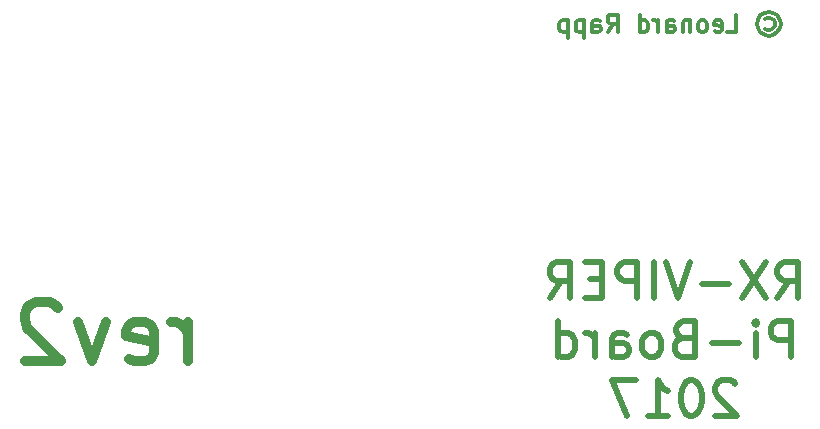
<source format=gbo>
G04 #@! TF.FileFunction,Legend,Bot*
%FSLAX46Y46*%
G04 Gerber Fmt 4.6, Leading zero omitted, Abs format (unit mm)*
G04 Created by KiCad (PCBNEW 4.0.6) date Fri Nov 17 01:31:04 2017*
%MOMM*%
%LPD*%
G01*
G04 APERTURE LIST*
%ADD10C,0.100000*%
%ADD11C,0.850000*%
%ADD12C,0.500000*%
%ADD13C,0.300000*%
G04 APERTURE END LIST*
D10*
D11*
X76889714Y-69698905D02*
X76889714Y-66365571D01*
X76889714Y-67317952D02*
X76651619Y-66841762D01*
X76413523Y-66603667D01*
X75937333Y-66365571D01*
X75461142Y-66365571D01*
X71889714Y-69460810D02*
X72365904Y-69698905D01*
X73318285Y-69698905D01*
X73794476Y-69460810D01*
X74032571Y-68984619D01*
X74032571Y-67079857D01*
X73794476Y-66603667D01*
X73318285Y-66365571D01*
X72365904Y-66365571D01*
X71889714Y-66603667D01*
X71651619Y-67079857D01*
X71651619Y-67556048D01*
X74032571Y-68032238D01*
X69984952Y-66365571D02*
X68794476Y-69698905D01*
X67604000Y-66365571D01*
X65937333Y-65175095D02*
X65699238Y-64937000D01*
X65223047Y-64698905D01*
X64032571Y-64698905D01*
X63556381Y-64937000D01*
X63318285Y-65175095D01*
X63080190Y-65651286D01*
X63080190Y-66127476D01*
X63318285Y-66841762D01*
X66175428Y-69698905D01*
X63080190Y-69698905D01*
D12*
X126824286Y-64302143D02*
X127824286Y-62873571D01*
X128538571Y-64302143D02*
X128538571Y-61302143D01*
X127395714Y-61302143D01*
X127110000Y-61445000D01*
X126967143Y-61587857D01*
X126824286Y-61873571D01*
X126824286Y-62302143D01*
X126967143Y-62587857D01*
X127110000Y-62730714D01*
X127395714Y-62873571D01*
X128538571Y-62873571D01*
X125824286Y-61302143D02*
X123824286Y-64302143D01*
X123824286Y-61302143D02*
X125824286Y-64302143D01*
X122681428Y-63159286D02*
X120395714Y-63159286D01*
X119395714Y-61302143D02*
X118395714Y-64302143D01*
X117395714Y-61302143D01*
X116395713Y-64302143D02*
X116395713Y-61302143D01*
X114967142Y-64302143D02*
X114967142Y-61302143D01*
X113824285Y-61302143D01*
X113538571Y-61445000D01*
X113395714Y-61587857D01*
X113252857Y-61873571D01*
X113252857Y-62302143D01*
X113395714Y-62587857D01*
X113538571Y-62730714D01*
X113824285Y-62873571D01*
X114967142Y-62873571D01*
X111967142Y-62730714D02*
X110967142Y-62730714D01*
X110538571Y-64302143D02*
X111967142Y-64302143D01*
X111967142Y-61302143D01*
X110538571Y-61302143D01*
X107538571Y-64302143D02*
X108538571Y-62873571D01*
X109252856Y-64302143D02*
X109252856Y-61302143D01*
X108109999Y-61302143D01*
X107824285Y-61445000D01*
X107681428Y-61587857D01*
X107538571Y-61873571D01*
X107538571Y-62302143D01*
X107681428Y-62587857D01*
X107824285Y-62730714D01*
X108109999Y-62873571D01*
X109252856Y-62873571D01*
X127967143Y-69302143D02*
X127967143Y-66302143D01*
X126824286Y-66302143D01*
X126538572Y-66445000D01*
X126395715Y-66587857D01*
X126252858Y-66873571D01*
X126252858Y-67302143D01*
X126395715Y-67587857D01*
X126538572Y-67730714D01*
X126824286Y-67873571D01*
X127967143Y-67873571D01*
X124967143Y-69302143D02*
X124967143Y-67302143D01*
X124967143Y-66302143D02*
X125110000Y-66445000D01*
X124967143Y-66587857D01*
X124824286Y-66445000D01*
X124967143Y-66302143D01*
X124967143Y-66587857D01*
X123538572Y-68159286D02*
X121252858Y-68159286D01*
X118824286Y-67730714D02*
X118395715Y-67873571D01*
X118252858Y-68016429D01*
X118110001Y-68302143D01*
X118110001Y-68730714D01*
X118252858Y-69016429D01*
X118395715Y-69159286D01*
X118681429Y-69302143D01*
X119824286Y-69302143D01*
X119824286Y-66302143D01*
X118824286Y-66302143D01*
X118538572Y-66445000D01*
X118395715Y-66587857D01*
X118252858Y-66873571D01*
X118252858Y-67159286D01*
X118395715Y-67445000D01*
X118538572Y-67587857D01*
X118824286Y-67730714D01*
X119824286Y-67730714D01*
X116395715Y-69302143D02*
X116681429Y-69159286D01*
X116824286Y-69016429D01*
X116967143Y-68730714D01*
X116967143Y-67873571D01*
X116824286Y-67587857D01*
X116681429Y-67445000D01*
X116395715Y-67302143D01*
X115967143Y-67302143D01*
X115681429Y-67445000D01*
X115538572Y-67587857D01*
X115395715Y-67873571D01*
X115395715Y-68730714D01*
X115538572Y-69016429D01*
X115681429Y-69159286D01*
X115967143Y-69302143D01*
X116395715Y-69302143D01*
X112824286Y-69302143D02*
X112824286Y-67730714D01*
X112967143Y-67445000D01*
X113252857Y-67302143D01*
X113824286Y-67302143D01*
X114110000Y-67445000D01*
X112824286Y-69159286D02*
X113110000Y-69302143D01*
X113824286Y-69302143D01*
X114110000Y-69159286D01*
X114252857Y-68873571D01*
X114252857Y-68587857D01*
X114110000Y-68302143D01*
X113824286Y-68159286D01*
X113110000Y-68159286D01*
X112824286Y-68016429D01*
X111395714Y-69302143D02*
X111395714Y-67302143D01*
X111395714Y-67873571D02*
X111252857Y-67587857D01*
X111110000Y-67445000D01*
X110824286Y-67302143D01*
X110538571Y-67302143D01*
X108252857Y-69302143D02*
X108252857Y-66302143D01*
X108252857Y-69159286D02*
X108538571Y-69302143D01*
X109110000Y-69302143D01*
X109395714Y-69159286D01*
X109538571Y-69016429D01*
X109681428Y-68730714D01*
X109681428Y-67873571D01*
X109538571Y-67587857D01*
X109395714Y-67445000D01*
X109110000Y-67302143D01*
X108538571Y-67302143D01*
X108252857Y-67445000D01*
X123252857Y-71587857D02*
X123110000Y-71445000D01*
X122824286Y-71302143D01*
X122110000Y-71302143D01*
X121824286Y-71445000D01*
X121681429Y-71587857D01*
X121538572Y-71873571D01*
X121538572Y-72159286D01*
X121681429Y-72587857D01*
X123395715Y-74302143D01*
X121538572Y-74302143D01*
X119681429Y-71302143D02*
X119395714Y-71302143D01*
X119110000Y-71445000D01*
X118967143Y-71587857D01*
X118824286Y-71873571D01*
X118681429Y-72445000D01*
X118681429Y-73159286D01*
X118824286Y-73730714D01*
X118967143Y-74016429D01*
X119110000Y-74159286D01*
X119395714Y-74302143D01*
X119681429Y-74302143D01*
X119967143Y-74159286D01*
X120110000Y-74016429D01*
X120252857Y-73730714D01*
X120395714Y-73159286D01*
X120395714Y-72445000D01*
X120252857Y-71873571D01*
X120110000Y-71587857D01*
X119967143Y-71445000D01*
X119681429Y-71302143D01*
X115824286Y-74302143D02*
X117538571Y-74302143D01*
X116681429Y-74302143D02*
X116681429Y-71302143D01*
X116967143Y-71730714D01*
X117252857Y-72016429D01*
X117538571Y-72159286D01*
X114824286Y-71302143D02*
X112824286Y-71302143D01*
X114110000Y-74302143D01*
D13*
X125800428Y-40683714D02*
X125943286Y-40612286D01*
X126229000Y-40612286D01*
X126371857Y-40683714D01*
X126514714Y-40826571D01*
X126586143Y-40969429D01*
X126586143Y-41255143D01*
X126514714Y-41398000D01*
X126371857Y-41540857D01*
X126229000Y-41612286D01*
X125943286Y-41612286D01*
X125800428Y-41540857D01*
X126086143Y-40112286D02*
X126443286Y-40183714D01*
X126800428Y-40398000D01*
X127014714Y-40755143D01*
X127086143Y-41112286D01*
X127014714Y-41469429D01*
X126800428Y-41826571D01*
X126443286Y-42040857D01*
X126086143Y-42112286D01*
X125729000Y-42040857D01*
X125371857Y-41826571D01*
X125157571Y-41469429D01*
X125086143Y-41112286D01*
X125157571Y-40755143D01*
X125371857Y-40398000D01*
X125729000Y-40183714D01*
X126086143Y-40112286D01*
X122586142Y-41826571D02*
X123300428Y-41826571D01*
X123300428Y-40326571D01*
X121514714Y-41755143D02*
X121657571Y-41826571D01*
X121943285Y-41826571D01*
X122086142Y-41755143D01*
X122157571Y-41612286D01*
X122157571Y-41040857D01*
X122086142Y-40898000D01*
X121943285Y-40826571D01*
X121657571Y-40826571D01*
X121514714Y-40898000D01*
X121443285Y-41040857D01*
X121443285Y-41183714D01*
X122157571Y-41326571D01*
X120586142Y-41826571D02*
X120729000Y-41755143D01*
X120800428Y-41683714D01*
X120871857Y-41540857D01*
X120871857Y-41112286D01*
X120800428Y-40969429D01*
X120729000Y-40898000D01*
X120586142Y-40826571D01*
X120371857Y-40826571D01*
X120229000Y-40898000D01*
X120157571Y-40969429D01*
X120086142Y-41112286D01*
X120086142Y-41540857D01*
X120157571Y-41683714D01*
X120229000Y-41755143D01*
X120371857Y-41826571D01*
X120586142Y-41826571D01*
X119443285Y-40826571D02*
X119443285Y-41826571D01*
X119443285Y-40969429D02*
X119371857Y-40898000D01*
X119228999Y-40826571D01*
X119014714Y-40826571D01*
X118871857Y-40898000D01*
X118800428Y-41040857D01*
X118800428Y-41826571D01*
X117443285Y-41826571D02*
X117443285Y-41040857D01*
X117514714Y-40898000D01*
X117657571Y-40826571D01*
X117943285Y-40826571D01*
X118086142Y-40898000D01*
X117443285Y-41755143D02*
X117586142Y-41826571D01*
X117943285Y-41826571D01*
X118086142Y-41755143D01*
X118157571Y-41612286D01*
X118157571Y-41469429D01*
X118086142Y-41326571D01*
X117943285Y-41255143D01*
X117586142Y-41255143D01*
X117443285Y-41183714D01*
X116728999Y-41826571D02*
X116728999Y-40826571D01*
X116728999Y-41112286D02*
X116657571Y-40969429D01*
X116586142Y-40898000D01*
X116443285Y-40826571D01*
X116300428Y-40826571D01*
X115157571Y-41826571D02*
X115157571Y-40326571D01*
X115157571Y-41755143D02*
X115300428Y-41826571D01*
X115586142Y-41826571D01*
X115729000Y-41755143D01*
X115800428Y-41683714D01*
X115871857Y-41540857D01*
X115871857Y-41112286D01*
X115800428Y-40969429D01*
X115729000Y-40898000D01*
X115586142Y-40826571D01*
X115300428Y-40826571D01*
X115157571Y-40898000D01*
X112443285Y-41826571D02*
X112943285Y-41112286D01*
X113300428Y-41826571D02*
X113300428Y-40326571D01*
X112729000Y-40326571D01*
X112586142Y-40398000D01*
X112514714Y-40469429D01*
X112443285Y-40612286D01*
X112443285Y-40826571D01*
X112514714Y-40969429D01*
X112586142Y-41040857D01*
X112729000Y-41112286D01*
X113300428Y-41112286D01*
X111157571Y-41826571D02*
X111157571Y-41040857D01*
X111229000Y-40898000D01*
X111371857Y-40826571D01*
X111657571Y-40826571D01*
X111800428Y-40898000D01*
X111157571Y-41755143D02*
X111300428Y-41826571D01*
X111657571Y-41826571D01*
X111800428Y-41755143D01*
X111871857Y-41612286D01*
X111871857Y-41469429D01*
X111800428Y-41326571D01*
X111657571Y-41255143D01*
X111300428Y-41255143D01*
X111157571Y-41183714D01*
X110443285Y-40826571D02*
X110443285Y-42326571D01*
X110443285Y-40898000D02*
X110300428Y-40826571D01*
X110014714Y-40826571D01*
X109871857Y-40898000D01*
X109800428Y-40969429D01*
X109728999Y-41112286D01*
X109728999Y-41540857D01*
X109800428Y-41683714D01*
X109871857Y-41755143D01*
X110014714Y-41826571D01*
X110300428Y-41826571D01*
X110443285Y-41755143D01*
X109086142Y-40826571D02*
X109086142Y-42326571D01*
X109086142Y-40898000D02*
X108943285Y-40826571D01*
X108657571Y-40826571D01*
X108514714Y-40898000D01*
X108443285Y-40969429D01*
X108371856Y-41112286D01*
X108371856Y-41540857D01*
X108443285Y-41683714D01*
X108514714Y-41755143D01*
X108657571Y-41826571D01*
X108943285Y-41826571D01*
X109086142Y-41755143D01*
M02*

</source>
